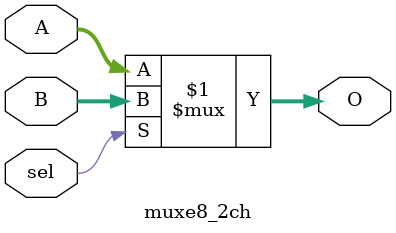
<source format=v>

module muxe8_2ch(input wire sel,
                 input wire [7:0] A,
                 input wire [7:0] B,
                 output wire [7:0] O);
  
  				assign O = sel ? B : A;

endmodule

</source>
